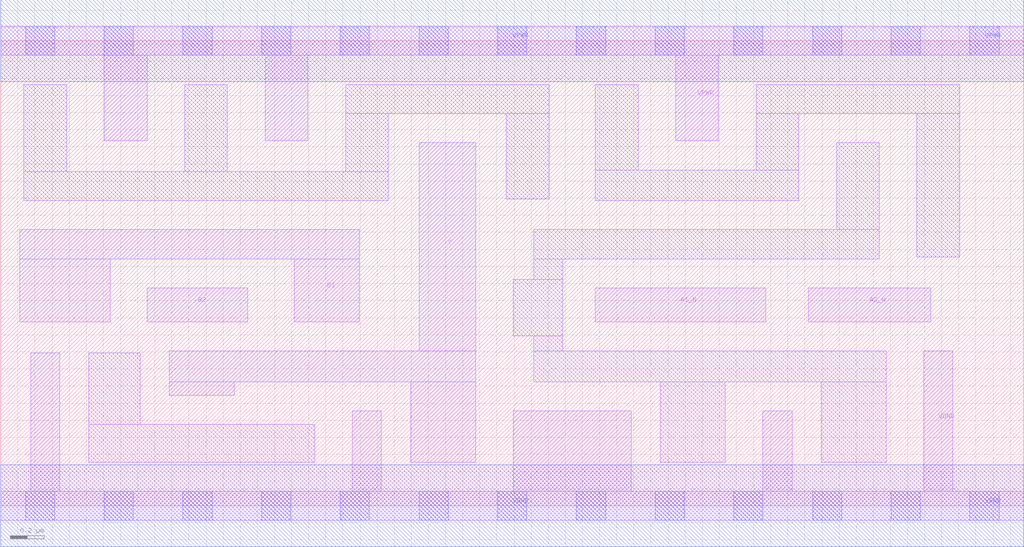
<source format=lef>
# Copyright 2020 The SkyWater PDK Authors
#
# Licensed under the Apache License, Version 2.0 (the "License");
# you may not use this file except in compliance with the License.
# You may obtain a copy of the License at
#
#     https://www.apache.org/licenses/LICENSE-2.0
#
# Unless required by applicable law or agreed to in writing, software
# distributed under the License is distributed on an "AS IS" BASIS,
# WITHOUT WARRANTIES OR CONDITIONS OF ANY KIND, either express or implied.
# See the License for the specific language governing permissions and
# limitations under the License.
#
# SPDX-License-Identifier: Apache-2.0

VERSION 5.7 ;
  NAMESCASESENSITIVE ON ;
  NOWIREEXTENSIONATPIN ON ;
  DIVIDERCHAR "/" ;
  BUSBITCHARS "[]" ;
UNITS
  DATABASE MICRONS 200 ;
END UNITS
PROPERTYDEFINITIONS
  MACRO maskLayoutSubType STRING ;
  MACRO prCellType STRING ;
  MACRO originalViewName STRING ;
END PROPERTYDEFINITIONS
MACRO sky130_fd_sc_hdll__a2bb2oi_2
  CLASS CORE ;
  FOREIGN sky130_fd_sc_hdll__a2bb2oi_2 ;
  ORIGIN  0.000000  0.000000 ;
  SIZE  5.980000 BY  2.720000 ;
  SYMMETRY X Y R90 ;
  SITE unithd ;
  PIN A1_N
    ANTENNAGATEAREA  0.555000 ;
    DIRECTION INPUT ;
    USE SIGNAL ;
    PORT
      LAYER li1 ;
        RECT 3.475000 1.075000 4.470000 1.275000 ;
    END
  END A1_N
  PIN A2_N
    ANTENNAGATEAREA  0.555000 ;
    DIRECTION INPUT ;
    USE SIGNAL ;
    PORT
      LAYER li1 ;
        RECT 4.720000 1.075000 5.435000 1.275000 ;
    END
  END A2_N
  PIN B1
    ANTENNAGATEAREA  0.555000 ;
    DIRECTION INPUT ;
    USE SIGNAL ;
    PORT
      LAYER li1 ;
        RECT 0.110000 1.075000 0.640000 1.445000 ;
        RECT 0.110000 1.445000 2.095000 1.615000 ;
        RECT 1.715000 1.075000 2.095000 1.445000 ;
    END
  END B1
  PIN B2
    ANTENNAGATEAREA  0.555000 ;
    DIRECTION INPUT ;
    USE SIGNAL ;
    PORT
      LAYER li1 ;
        RECT 0.855000 1.075000 1.445000 1.275000 ;
    END
  END B2
  PIN VGND
    ANTENNADIFFAREA  1.280500 ;
    DIRECTION INOUT ;
    USE SIGNAL ;
    PORT
      LAYER li1 ;
        RECT 0.000000 -0.085000 5.980000 0.085000 ;
        RECT 0.175000  0.085000 0.345000 0.895000 ;
        RECT 2.055000  0.085000 2.225000 0.555000 ;
        RECT 2.995000  0.085000 3.685000 0.555000 ;
        RECT 4.455000  0.085000 4.625000 0.555000 ;
        RECT 5.395000  0.085000 5.565000 0.905000 ;
      LAYER mcon ;
        RECT 0.145000 -0.085000 0.315000 0.085000 ;
        RECT 0.605000 -0.085000 0.775000 0.085000 ;
        RECT 1.065000 -0.085000 1.235000 0.085000 ;
        RECT 1.525000 -0.085000 1.695000 0.085000 ;
        RECT 1.985000 -0.085000 2.155000 0.085000 ;
        RECT 2.445000 -0.085000 2.615000 0.085000 ;
        RECT 2.905000 -0.085000 3.075000 0.085000 ;
        RECT 3.365000 -0.085000 3.535000 0.085000 ;
        RECT 3.825000 -0.085000 3.995000 0.085000 ;
        RECT 4.285000 -0.085000 4.455000 0.085000 ;
        RECT 4.745000 -0.085000 4.915000 0.085000 ;
        RECT 5.205000 -0.085000 5.375000 0.085000 ;
        RECT 5.665000 -0.085000 5.835000 0.085000 ;
      LAYER met1 ;
        RECT 0.000000 -0.240000 5.980000 0.240000 ;
    END
  END VGND
  PIN VPWR
    ANTENNADIFFAREA  0.870000 ;
    DIRECTION INOUT ;
    USE SIGNAL ;
    PORT
      LAYER li1 ;
        RECT 0.000000 2.635000 5.980000 2.805000 ;
        RECT 0.605000 2.135000 0.855000 2.635000 ;
        RECT 1.545000 2.135000 1.795000 2.635000 ;
        RECT 3.945000 2.135000 4.195000 2.635000 ;
      LAYER mcon ;
        RECT 0.145000 2.635000 0.315000 2.805000 ;
        RECT 0.605000 2.635000 0.775000 2.805000 ;
        RECT 1.065000 2.635000 1.235000 2.805000 ;
        RECT 1.525000 2.635000 1.695000 2.805000 ;
        RECT 1.985000 2.635000 2.155000 2.805000 ;
        RECT 2.445000 2.635000 2.615000 2.805000 ;
        RECT 2.905000 2.635000 3.075000 2.805000 ;
        RECT 3.365000 2.635000 3.535000 2.805000 ;
        RECT 3.825000 2.635000 3.995000 2.805000 ;
        RECT 4.285000 2.635000 4.455000 2.805000 ;
        RECT 4.745000 2.635000 4.915000 2.805000 ;
        RECT 5.205000 2.635000 5.375000 2.805000 ;
        RECT 5.665000 2.635000 5.835000 2.805000 ;
      LAYER met1 ;
        RECT 0.000000 2.480000 5.980000 2.960000 ;
    END
  END VPWR
  PIN Y
    ANTENNADIFFAREA  0.738500 ;
    DIRECTION OUTPUT ;
    USE SIGNAL ;
    PORT
      LAYER li1 ;
        RECT 0.985000 0.645000 1.365000 0.725000 ;
        RECT 0.985000 0.725000 2.775000 0.905000 ;
        RECT 2.395000 0.255000 2.775000 0.725000 ;
        RECT 2.445000 0.905000 2.775000 2.125000 ;
    END
  END Y
  OBS
    LAYER li1 ;
      RECT 0.135000 1.785000 2.265000 1.955000 ;
      RECT 0.135000 1.955000 0.385000 2.465000 ;
      RECT 0.515000 0.255000 1.835000 0.475000 ;
      RECT 0.515000 0.475000 0.815000 0.895000 ;
      RECT 1.075000 1.955000 1.325000 2.465000 ;
      RECT 2.015000 1.955000 2.265000 2.295000 ;
      RECT 2.015000 2.295000 3.205000 2.465000 ;
      RECT 2.955000 1.795000 3.205000 2.295000 ;
      RECT 2.995000 0.995000 3.285000 1.325000 ;
      RECT 3.115000 0.725000 5.175000 0.905000 ;
      RECT 3.115000 0.905000 3.285000 0.995000 ;
      RECT 3.115000 1.325000 3.285000 1.445000 ;
      RECT 3.115000 1.445000 5.135000 1.615000 ;
      RECT 3.475000 1.785000 4.665000 1.965000 ;
      RECT 3.475000 1.965000 3.725000 2.465000 ;
      RECT 3.855000 0.255000 4.235000 0.725000 ;
      RECT 4.415000 1.965000 4.665000 2.295000 ;
      RECT 4.415000 2.295000 5.605000 2.465000 ;
      RECT 4.795000 0.255000 5.175000 0.725000 ;
      RECT 4.885000 1.615000 5.135000 2.125000 ;
      RECT 5.355000 1.455000 5.605000 2.295000 ;
  END
  PROPERTY maskLayoutSubType "abstract" ;
  PROPERTY prCellType "standard" ;
  PROPERTY originalViewName "layout" ;
END sky130_fd_sc_hdll__a2bb2oi_2

</source>
